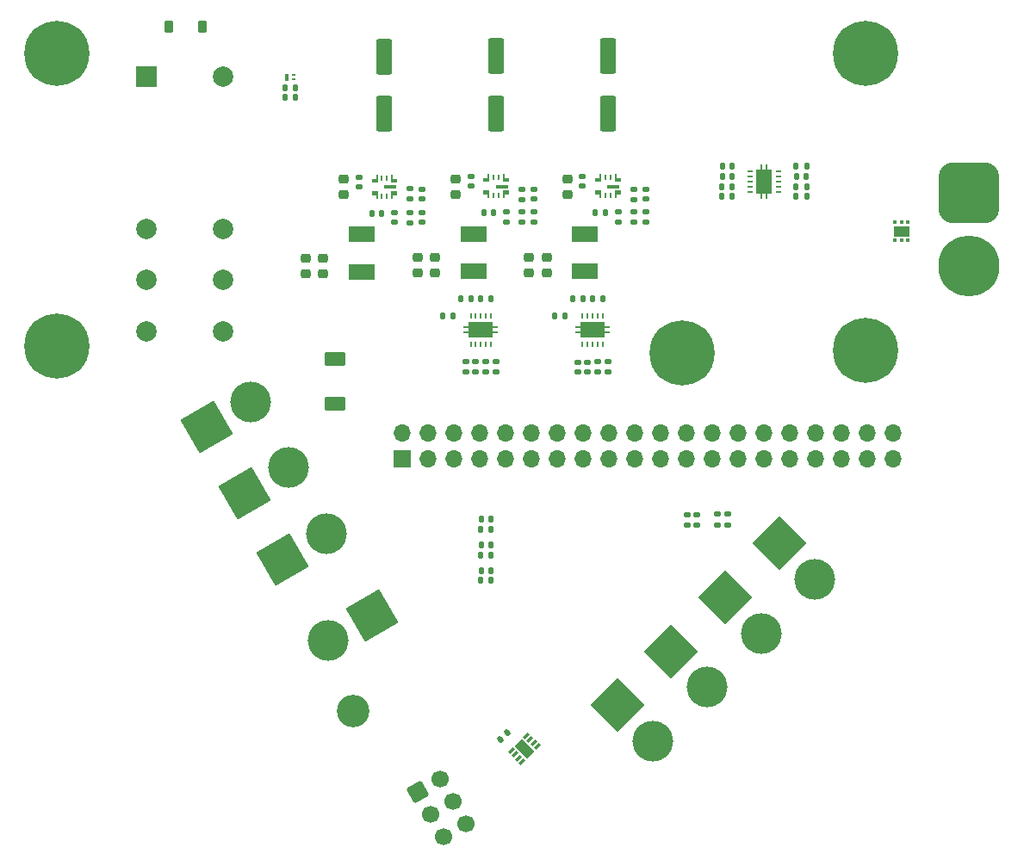
<source format=gbr>
%TF.GenerationSoftware,KiCad,Pcbnew,8.0.0*%
%TF.CreationDate,2024-03-25T03:27:09+00:00*%
%TF.ProjectId,main_PCB_v2,6d61696e-5f50-4434-925f-76322e6b6963,rev?*%
%TF.SameCoordinates,Original*%
%TF.FileFunction,Soldermask,Top*%
%TF.FilePolarity,Negative*%
%FSLAX46Y46*%
G04 Gerber Fmt 4.6, Leading zero omitted, Abs format (unit mm)*
G04 Created by KiCad (PCBNEW 8.0.0) date 2024-03-25 03:27:09*
%MOMM*%
%LPD*%
G01*
G04 APERTURE LIST*
G04 Aperture macros list*
%AMRoundRect*
0 Rectangle with rounded corners*
0 $1 Rounding radius*
0 $2 $3 $4 $5 $6 $7 $8 $9 X,Y pos of 4 corners*
0 Add a 4 corners polygon primitive as box body*
4,1,4,$2,$3,$4,$5,$6,$7,$8,$9,$2,$3,0*
0 Add four circle primitives for the rounded corners*
1,1,$1+$1,$2,$3*
1,1,$1+$1,$4,$5*
1,1,$1+$1,$6,$7*
1,1,$1+$1,$8,$9*
0 Add four rect primitives between the rounded corners*
20,1,$1+$1,$2,$3,$4,$5,0*
20,1,$1+$1,$4,$5,$6,$7,0*
20,1,$1+$1,$6,$7,$8,$9,0*
20,1,$1+$1,$8,$9,$2,$3,0*%
%AMRotRect*
0 Rectangle, with rotation*
0 The origin of the aperture is its center*
0 $1 length*
0 $2 width*
0 $3 Rotation angle, in degrees counterclockwise*
0 Add horizontal line*
21,1,$1,$2,0,0,$3*%
%AMFreePoly0*
4,1,7,0.114300,0.025000,0.470000,0.025000,0.470000,-0.381000,-0.114300,-0.381000,-0.114300,0.381000,0.114300,0.381000,0.114300,0.025000,0.114300,0.025000,$1*%
%AMFreePoly1*
4,1,7,0.470000,-0.025000,0.114300,-0.025000,0.114300,-0.381000,-0.114300,-0.381000,-0.114300,0.381000,0.470000,0.381000,0.470000,-0.025000,0.470000,-0.025000,$1*%
G04 Aperture macros list end*
%ADD10RoundRect,0.135000X0.185000X-0.135000X0.185000X0.135000X-0.185000X0.135000X-0.185000X-0.135000X0*%
%ADD11RotRect,3.800000X3.800000X315.000000*%
%ADD12C,4.000000*%
%ADD13RoundRect,0.225000X0.250000X-0.225000X0.250000X0.225000X-0.250000X0.225000X-0.250000X-0.225000X0*%
%ADD14RoundRect,0.135000X0.135000X0.185000X-0.135000X0.185000X-0.135000X-0.185000X0.135000X-0.185000X0*%
%ADD15RoundRect,0.140000X0.170000X-0.140000X0.170000X0.140000X-0.170000X0.140000X-0.170000X-0.140000X0*%
%ADD16RoundRect,0.093750X-0.106250X0.093750X-0.106250X-0.093750X0.106250X-0.093750X0.106250X0.093750X0*%
%ADD17R,1.600000X1.000000*%
%ADD18RoundRect,0.135000X-0.135000X-0.185000X0.135000X-0.185000X0.135000X0.185000X-0.135000X0.185000X0*%
%ADD19RoundRect,0.135000X-0.185000X0.135000X-0.185000X-0.135000X0.185000X-0.135000X0.185000X0.135000X0*%
%ADD20RotRect,3.800000X3.800000X30.000000*%
%ADD21RoundRect,0.140000X-0.170000X0.140000X-0.170000X-0.140000X0.170000X-0.140000X0.170000X0.140000X0*%
%ADD22R,0.240000X0.600000*%
%ADD23R,2.400000X1.650000*%
%ADD24R,0.500000X0.250000*%
%ADD25RoundRect,0.250000X0.550000X-1.500000X0.550000X1.500000X-0.550000X1.500000X-0.550000X-1.500000X0*%
%ADD26RoundRect,0.140000X-0.140000X-0.170000X0.140000X-0.170000X0.140000X0.170000X-0.140000X0.170000X0*%
%ADD27R,2.500000X1.500000*%
%ADD28FreePoly0,0.000000*%
%ADD29R,0.254000X0.609600*%
%ADD30FreePoly1,180.000000*%
%ADD31FreePoly0,180.000000*%
%ADD32FreePoly1,0.000000*%
%ADD33R,1.295400X0.355600*%
%ADD34RoundRect,0.140000X0.140000X0.170000X-0.140000X0.170000X-0.140000X-0.170000X0.140000X-0.170000X0*%
%ADD35C,3.200000*%
%ADD36C,0.800000*%
%ADD37C,6.400000*%
%ADD38RotRect,0.300000X0.700000X135.000000*%
%ADD39RotRect,1.000000X1.700000X45.000000*%
%ADD40RoundRect,0.147500X-0.147500X-0.172500X0.147500X-0.172500X0.147500X0.172500X-0.147500X0.172500X0*%
%ADD41RoundRect,0.225000X-0.250000X0.225000X-0.250000X-0.225000X0.250000X-0.225000X0.250000X0.225000X0*%
%ADD42RotRect,3.800000X3.800000X210.000000*%
%ADD43C,2.000000*%
%ADD44R,2.000000X2.000000*%
%ADD45R,0.600000X0.240000*%
%ADD46R,1.650000X2.400000*%
%ADD47R,0.250000X0.500000*%
%ADD48RoundRect,0.250000X-0.219615X-0.819615X0.819615X-0.219615X0.219615X0.819615X-0.819615X0.219615X0*%
%ADD49C,1.700000*%
%ADD50RoundRect,0.250000X-0.800000X0.450000X-0.800000X-0.450000X0.800000X-0.450000X0.800000X0.450000X0*%
%ADD51RoundRect,0.140000X0.021213X-0.219203X0.219203X-0.021213X-0.021213X0.219203X-0.219203X0.021213X0*%
%ADD52R,1.700000X1.700000*%
%ADD53O,1.700000X1.700000*%
%ADD54RoundRect,0.225000X-0.225000X-0.375000X0.225000X-0.375000X0.225000X0.375000X-0.225000X0.375000X0*%
%ADD55RoundRect,0.062500X0.137500X-0.062500X0.137500X0.062500X-0.137500X0.062500X-0.137500X-0.062500X0*%
%ADD56RoundRect,0.100000X-0.100000X-0.250000X0.100000X-0.250000X0.100000X0.250000X-0.100000X0.250000X0*%
%ADD57RoundRect,1.500000X-1.500000X1.500000X-1.500000X-1.500000X1.500000X-1.500000X1.500000X1.500000X0*%
%ADD58C,6.000000*%
G04 APERTURE END LIST*
D10*
%TO.C,R116*%
X150750000Y-71310000D03*
X150750000Y-70290000D03*
%TD*%
D11*
%TO.C,J106*%
X171161165Y-118767767D03*
D12*
X174696699Y-122303301D03*
%TD*%
D13*
%TO.C,C124*%
X142250000Y-76325000D03*
X142250000Y-74775000D03*
%TD*%
D14*
%TO.C,R103*%
X189770000Y-68750000D03*
X188750000Y-68750000D03*
%TD*%
D15*
%TO.C,C120*%
X152000000Y-71280000D03*
X152000000Y-70320000D03*
%TD*%
D16*
%TO.C,U101*%
X199750000Y-71250000D03*
X199100000Y-71250000D03*
X198450000Y-71250000D03*
X198450000Y-73025000D03*
X199100000Y-73025000D03*
X199750000Y-73025000D03*
D17*
X199100000Y-72137500D03*
%TD*%
D18*
%TO.C,R129*%
X153990000Y-80500000D03*
X155010000Y-80500000D03*
%TD*%
D19*
%TO.C,R131*%
X158250000Y-84970000D03*
X158250000Y-85990000D03*
%TD*%
D20*
%TO.C,J103*%
X130759937Y-91425000D03*
D12*
X135090064Y-88925000D03*
%TD*%
D10*
%TO.C,R113*%
X172750000Y-69010000D03*
X172750000Y-67990000D03*
%TD*%
D21*
%TO.C,C111*%
X160250000Y-70270000D03*
X160250000Y-71230000D03*
%TD*%
D18*
%TO.C,R106*%
X138490000Y-58000000D03*
X139510000Y-58000000D03*
%TD*%
D22*
%TO.C,U110*%
X158750000Y-80450000D03*
X158250000Y-80450000D03*
X157750000Y-80450000D03*
X157250000Y-80450000D03*
X156750000Y-80450000D03*
X156750000Y-83250000D03*
X157250000Y-83250000D03*
X157750000Y-83250000D03*
X158250000Y-83250000D03*
X158750000Y-83250000D03*
D23*
X157750000Y-81850000D03*
D24*
X159200000Y-81600000D03*
X159200000Y-82100000D03*
X156300000Y-81600000D03*
X156300000Y-82100000D03*
%TD*%
D20*
%TO.C,J107*%
X138259937Y-104415382D03*
D12*
X142590064Y-101915382D03*
%TD*%
D21*
%TO.C,C109*%
X145750000Y-66820000D03*
X145750000Y-67780000D03*
%TD*%
%TO.C,C132*%
X156250000Y-85000000D03*
X156250000Y-85960000D03*
%TD*%
D25*
%TO.C,C103*%
X170250000Y-60550000D03*
X170250000Y-54950000D03*
%TD*%
D19*
%TO.C,R125*%
X179000000Y-100000000D03*
X179000000Y-101020000D03*
%TD*%
D14*
%TO.C,R135*%
X156760000Y-78750000D03*
X155740000Y-78750000D03*
%TD*%
%TO.C,R137*%
X167760000Y-78750000D03*
X166740000Y-78750000D03*
%TD*%
D11*
%TO.C,J102*%
X187071068Y-102857864D03*
D12*
X190606602Y-106393398D03*
%TD*%
D26*
%TO.C,C114*%
X158022350Y-70348300D03*
X158982350Y-70348300D03*
%TD*%
D27*
%TO.C,L101*%
X168002350Y-72400000D03*
X168002350Y-76100000D03*
%TD*%
D10*
%TO.C,R127*%
X181000000Y-101010000D03*
X181000000Y-99990000D03*
%TD*%
D19*
%TO.C,R133*%
X170250000Y-84990000D03*
X170250000Y-86010000D03*
%TD*%
D28*
%TO.C,U103*%
X170980250Y-66924500D03*
D29*
X170497650Y-66848300D03*
X170002350Y-66848300D03*
D30*
X169519750Y-66924500D03*
D31*
X169519750Y-68575500D03*
D29*
X170002350Y-68651700D03*
X170497650Y-68651700D03*
D32*
X170980250Y-68575500D03*
D33*
X170802450Y-67750000D03*
%TD*%
D14*
%TO.C,R134*%
X158760000Y-78750000D03*
X157740000Y-78750000D03*
%TD*%
D34*
%TO.C,C102*%
X182440000Y-65750000D03*
X181480000Y-65750000D03*
%TD*%
D10*
%TO.C,R112*%
X172750000Y-71260000D03*
X172750000Y-70240000D03*
%TD*%
D28*
%TO.C,U104*%
X159980250Y-66924500D03*
D29*
X159497650Y-66848300D03*
X159002350Y-66848300D03*
D30*
X158519750Y-66924500D03*
D31*
X158519750Y-68575500D03*
D29*
X159002350Y-68651700D03*
X159497650Y-68651700D03*
D32*
X159980250Y-68575500D03*
D33*
X159802450Y-67750000D03*
%TD*%
D35*
%TO.C,OL102*%
X145160000Y-119355000D03*
D36*
X113675000Y-54670000D03*
X113675000Y-83475000D03*
X114377944Y-52972944D03*
X114377944Y-56367056D03*
X114377944Y-81777944D03*
X114377944Y-85172056D03*
X116075000Y-52270000D03*
X116075000Y-57070000D03*
X116075000Y-81075000D03*
X116075000Y-85875000D03*
X117772056Y-52972944D03*
X117772056Y-56367056D03*
X117772056Y-81777944D03*
X117772056Y-85172056D03*
X118475000Y-54670000D03*
X118475000Y-83475000D03*
X175132682Y-84154465D03*
X175835626Y-82457409D03*
X175835626Y-85851521D03*
X177532682Y-81754465D03*
X177532682Y-86554465D03*
X179229738Y-82457409D03*
X179229738Y-85851521D03*
X179932682Y-84154465D03*
X193126738Y-54667148D03*
X193130000Y-83850000D03*
X193829682Y-52970092D03*
X193829682Y-56364204D03*
X193832944Y-82152944D03*
X193832944Y-85547056D03*
X195526738Y-52267148D03*
X195526738Y-57067148D03*
X195530000Y-81450000D03*
X195530000Y-86250000D03*
X197223794Y-52970092D03*
X197223794Y-56364204D03*
X197227056Y-82152944D03*
X197227056Y-85547056D03*
X197926738Y-54667148D03*
X197930000Y-83850000D03*
D37*
X116075000Y-54670000D03*
X116075000Y-83475000D03*
X195526738Y-54667148D03*
X177532682Y-84154465D03*
X195530000Y-83850000D03*
%TD*%
D38*
%TO.C,U108*%
X160750000Y-123250000D03*
X161103553Y-123603553D03*
X161457107Y-123957107D03*
X161810660Y-124310660D03*
X163295584Y-122825736D03*
X162942031Y-122472183D03*
X162588477Y-122118629D03*
X162234924Y-121765076D03*
D39*
X162022792Y-123037868D03*
%TD*%
D40*
%TO.C,D105*%
X157765000Y-105500000D03*
X158735000Y-105500000D03*
%TD*%
D13*
%TO.C,C126*%
X151500000Y-76275000D03*
X151500000Y-74725000D03*
%TD*%
D19*
%TO.C,R132*%
X169250000Y-84990000D03*
X169250000Y-86010000D03*
%TD*%
D41*
%TO.C,C105*%
X155250000Y-66975000D03*
X155250000Y-68525000D03*
%TD*%
D14*
%TO.C,R110*%
X182470000Y-68750000D03*
X181450000Y-68750000D03*
%TD*%
D42*
%TO.C,J108*%
X147090064Y-109925000D03*
D12*
X142759937Y-112425000D03*
%TD*%
D25*
%TO.C,C129*%
X148250000Y-60600000D03*
X148250000Y-55000000D03*
%TD*%
D10*
%TO.C,R114*%
X161750000Y-71260000D03*
X161750000Y-70240000D03*
%TD*%
D21*
%TO.C,C133*%
X167250000Y-85020000D03*
X167250000Y-85980000D03*
%TD*%
D34*
%TO.C,C101*%
X182440000Y-66750000D03*
X181480000Y-66750000D03*
%TD*%
D43*
%TO.C,K101*%
X124912500Y-76962500D03*
X132412500Y-76962500D03*
X124912500Y-71962500D03*
X132412500Y-71962500D03*
X124912500Y-81962500D03*
X132412500Y-81962500D03*
D44*
X124912500Y-56962500D03*
D43*
X132412500Y-56962500D03*
%TD*%
D41*
%TO.C,C106*%
X144250000Y-67025000D03*
X144250000Y-68575000D03*
%TD*%
D45*
%TO.C,U102*%
X187010000Y-68250000D03*
X187010000Y-67750000D03*
X187010000Y-67250000D03*
X187010000Y-66750000D03*
X187010000Y-66250000D03*
X184210000Y-66250000D03*
X184210000Y-66750000D03*
X184210000Y-67250000D03*
X184210000Y-67750000D03*
X184210000Y-68250000D03*
D46*
X185610000Y-67250000D03*
D47*
X185860000Y-68700000D03*
X185360000Y-68700000D03*
X185860000Y-65800000D03*
X185360000Y-65800000D03*
%TD*%
D48*
%TO.C,J111*%
X151530296Y-127300296D03*
D49*
X153730001Y-126030296D03*
X152800296Y-129500001D03*
X155000000Y-128230001D03*
X154070296Y-131699705D03*
X156270001Y-130429705D03*
%TD*%
D27*
%TO.C,L102*%
X157002350Y-72400000D03*
X157002350Y-76100000D03*
%TD*%
D28*
%TO.C,U105*%
X148980250Y-66974500D03*
D29*
X148497650Y-66898300D03*
X148002350Y-66898300D03*
D30*
X147519750Y-66974500D03*
D31*
X147519750Y-68625500D03*
D29*
X148002350Y-68701700D03*
X148497650Y-68701700D03*
D32*
X148980250Y-68625500D03*
D33*
X148802450Y-67800000D03*
%TD*%
D25*
%TO.C,C128*%
X159250000Y-60550000D03*
X159250000Y-54950000D03*
%TD*%
D15*
%TO.C,C116*%
X174000000Y-71230000D03*
X174000000Y-70270000D03*
%TD*%
D14*
%TO.C,R109*%
X182470000Y-67750000D03*
X181450000Y-67750000D03*
%TD*%
D13*
%TO.C,C122*%
X162500000Y-76275000D03*
X162500000Y-74725000D03*
%TD*%
D50*
%TO.C,D106*%
X143400000Y-89100000D03*
X143400000Y-84700000D03*
%TD*%
D51*
%TO.C,C130*%
X159683381Y-122127279D03*
X160362203Y-121448457D03*
%TD*%
D10*
%TO.C,R117*%
X150750000Y-68990000D03*
X150750000Y-67970000D03*
%TD*%
D40*
%TO.C,D103*%
X157765000Y-100500000D03*
X158735000Y-100500000D03*
%TD*%
D15*
%TO.C,C118*%
X163000000Y-71230000D03*
X163000000Y-70270000D03*
%TD*%
D18*
%TO.C,R138*%
X164990000Y-80500000D03*
X166010000Y-80500000D03*
%TD*%
D14*
%TO.C,R111*%
X158760000Y-101500000D03*
X157740000Y-101500000D03*
%TD*%
%TO.C,R119*%
X158760000Y-106500000D03*
X157740000Y-106500000D03*
%TD*%
D15*
%TO.C,C119*%
X163000000Y-68980000D03*
X163000000Y-68020000D03*
%TD*%
D21*
%TO.C,C112*%
X149250000Y-70320000D03*
X149250000Y-71280000D03*
%TD*%
D22*
%TO.C,U109*%
X169750000Y-80450000D03*
X169250000Y-80450000D03*
X168750000Y-80450000D03*
X168250000Y-80450000D03*
X167750000Y-80450000D03*
X167750000Y-83250000D03*
X168250000Y-83250000D03*
X168750000Y-83250000D03*
X169250000Y-83250000D03*
X169750000Y-83250000D03*
D23*
X168750000Y-81850000D03*
D24*
X170200000Y-81600000D03*
X170200000Y-82100000D03*
X167300000Y-81600000D03*
X167300000Y-82100000D03*
%TD*%
D18*
%TO.C,R105*%
X188750000Y-65750000D03*
X189770000Y-65750000D03*
%TD*%
D14*
%TO.C,R118*%
X158760000Y-104000000D03*
X157740000Y-104000000D03*
%TD*%
D20*
%TO.C,J110*%
X134509937Y-97920191D03*
D12*
X138840064Y-95420191D03*
%TD*%
D41*
%TO.C,C104*%
X166250000Y-66975000D03*
X166250000Y-68525000D03*
%TD*%
D21*
%TO.C,C134*%
X168250000Y-85020000D03*
X168250000Y-85980000D03*
%TD*%
D13*
%TO.C,C123*%
X153250000Y-76275000D03*
X153250000Y-74725000D03*
%TD*%
D11*
%TO.C,J105*%
X176464466Y-113464466D03*
D12*
X180000000Y-117000000D03*
%TD*%
D26*
%TO.C,C113*%
X169022350Y-70348300D03*
X169982350Y-70348300D03*
%TD*%
D13*
%TO.C,C127*%
X140500000Y-76325000D03*
X140500000Y-74775000D03*
%TD*%
D52*
%TO.C,J109*%
X150000000Y-94540000D03*
D53*
X150000000Y-92000000D03*
X152540000Y-94540000D03*
X152540000Y-92000000D03*
X155080000Y-94540000D03*
X155080000Y-92000000D03*
X157620000Y-94540000D03*
X157620000Y-92000000D03*
X160160000Y-94540000D03*
X160160000Y-92000000D03*
X162700000Y-94540000D03*
X162700000Y-92000000D03*
X165240000Y-94540000D03*
X165240000Y-92000000D03*
X167780000Y-94540000D03*
X167780000Y-92000000D03*
X170320000Y-94540000D03*
X170320000Y-92000000D03*
X172860000Y-94540000D03*
X172860000Y-92000000D03*
X175400000Y-94540000D03*
X175400000Y-92000000D03*
X177940000Y-94540000D03*
X177940000Y-92000000D03*
X180480000Y-94540000D03*
X180480000Y-92000000D03*
X183020000Y-94540000D03*
X183020000Y-92000000D03*
X185560000Y-94540000D03*
X185560000Y-92000000D03*
X188100000Y-94540000D03*
X188100000Y-92000000D03*
X190640000Y-94540000D03*
X190640000Y-92000000D03*
X193180000Y-94540000D03*
X193180000Y-92000000D03*
X195720000Y-94540000D03*
X195720000Y-92000000D03*
X198260000Y-94540000D03*
X198260000Y-92000000D03*
%TD*%
D27*
%TO.C,L103*%
X146002350Y-72450000D03*
X146002350Y-76150000D03*
%TD*%
D21*
%TO.C,C107*%
X167750000Y-66770000D03*
X167750000Y-67730000D03*
%TD*%
D11*
%TO.C,J104*%
X181767767Y-108161165D03*
D12*
X185303301Y-111696699D03*
%TD*%
D18*
%TO.C,R104*%
X188750000Y-67750000D03*
X189770000Y-67750000D03*
%TD*%
D14*
%TO.C,R136*%
X169760000Y-78750000D03*
X168740000Y-78750000D03*
%TD*%
D18*
%TO.C,R102*%
X138490000Y-59000000D03*
X139510000Y-59000000D03*
%TD*%
D19*
%TO.C,R130*%
X159250000Y-84970000D03*
X159250000Y-85990000D03*
%TD*%
D21*
%TO.C,C108*%
X156750000Y-66770000D03*
X156750000Y-67730000D03*
%TD*%
D40*
%TO.C,D101*%
X188775000Y-66750000D03*
X189745000Y-66750000D03*
%TD*%
D54*
%TO.C,D102*%
X127100000Y-52000000D03*
X130400000Y-52000000D03*
%TD*%
D15*
%TO.C,C121*%
X152000000Y-68960000D03*
X152000000Y-68000000D03*
%TD*%
D21*
%TO.C,C131*%
X157250000Y-85000000D03*
X157250000Y-85960000D03*
%TD*%
D15*
%TO.C,C117*%
X174000000Y-68980000D03*
X174000000Y-68020000D03*
%TD*%
D40*
%TO.C,D104*%
X157765000Y-103000000D03*
X158735000Y-103000000D03*
%TD*%
D55*
%TO.C,Q101*%
X139350000Y-57225000D03*
X139350000Y-56775000D03*
D56*
X138650000Y-57000000D03*
%TD*%
D21*
%TO.C,C110*%
X171250000Y-70270000D03*
X171250000Y-71230000D03*
%TD*%
D26*
%TO.C,C115*%
X147022350Y-70398300D03*
X147982350Y-70398300D03*
%TD*%
D19*
%TO.C,R107*%
X182000000Y-99990000D03*
X182000000Y-101010000D03*
%TD*%
D10*
%TO.C,R115*%
X161750000Y-69010000D03*
X161750000Y-67990000D03*
%TD*%
D57*
%TO.C,J101*%
X205750000Y-68400000D03*
D58*
X205750000Y-75600000D03*
%TD*%
D13*
%TO.C,C125*%
X164250000Y-76275000D03*
X164250000Y-74725000D03*
%TD*%
D10*
%TO.C,R126*%
X178000000Y-101020000D03*
X178000000Y-100000000D03*
%TD*%
M02*

</source>
